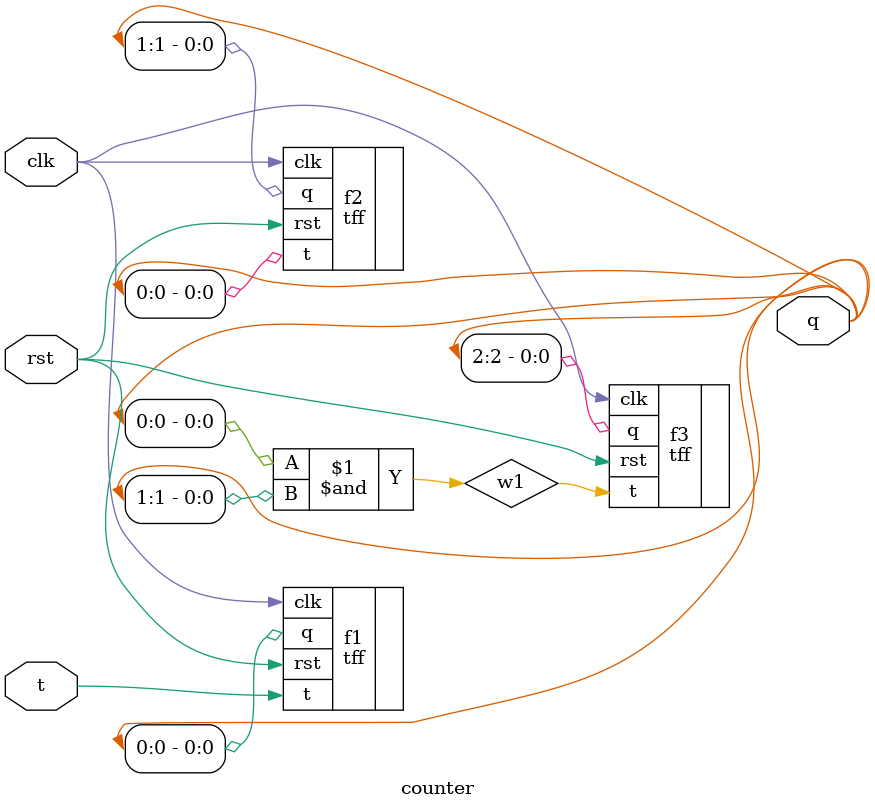
<source format=v>

module counter(input t,clk,rst,output [2:0]q);
wire w1;
tff f1(.t(t),.clk(clk),.rst(rst),.q(q[0]));
tff f2(.t(q[0]),.clk(clk),.rst(rst),.q(q[1]));
and  a1(w1,q[0],q[1]);
tff f3(.t(w1),.clk(clk),.rst(rst),.q(q[2]));
endmodule


</source>
